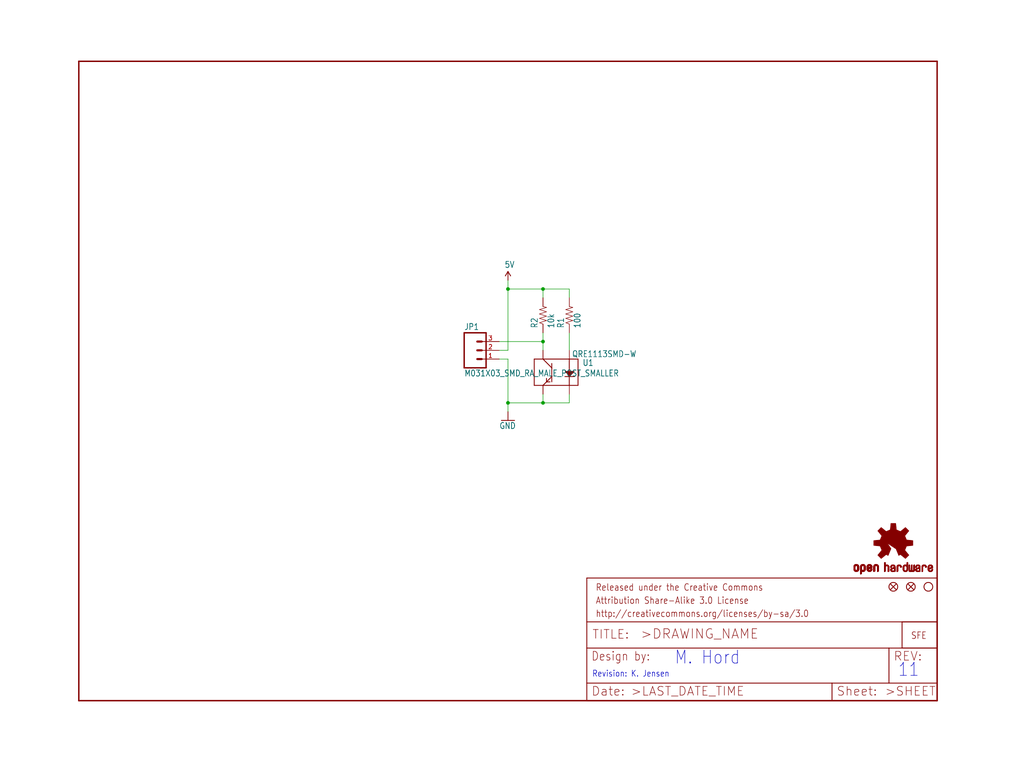
<source format=kicad_sch>
(kicad_sch (version 20211123) (generator eeschema)
  (paper "User" 297.002 223.926)
  (lib_symbols
    (symbol "eagleSchem-eagle-import:100-1%"
      (property "Reference" "R" (at -3.81 1.4986 0))
      (property "Value" "100-1%" (at -3.81 -3.302 0))
      (symbol "100-1%_1_0"
        (pin passive line (at -5.08 0 0) (length 2.54) (name "1") (number "1"))
        (pin passive line (at 5.08 0 180) (length 2.54) (name "2") (number "2"))
      )
    )
    (symbol "eagleSchem-eagle-import:10KOHM1{slash}10W1%(0603)0603"
      (property "Reference" "R" (at -3.81 1.4986 0))
      (property "Value" "10KOHM1{slash}10W1%(0603)0603" (at -3.81 -3.302 0))
      (symbol "10KOHM1{slash}10W1%(0603)0603_1_0"
        (pin passive line (at -5.08 0 0) (length 2.54) (name "1") (number "1"))
        (pin passive line (at 5.08 0 180) (length 2.54) (name "2") (number "2"))
      )
    )
    (symbol "eagleSchem-eagle-import:5V" (power)
      (property "Value" "5V" (at -1.016 3.556 0))
      (symbol "5V_1_0"
        (pin power_in line (at 0 0 90) (length 2.54) (name "5V") (number "1"))
      )
    )
    (symbol "eagleSchem-eagle-import:FIDUCIAL1X2")
    (symbol "eagleSchem-eagle-import:FRAME-LETTER"
      (symbol "FRAME-LETTER_2_0"
        (text ">DRAWING_NAME" (at 15.494 17.78 0) (effects (font (size 2.7432 2.7432)) (justify left bottom)))
        (text ">LAST_DATE_TIME" (at 12.7 1.27 0) (effects (font (size 2.54 2.54)) (justify left bottom)))
        (text ">SHEET" (at 86.36 1.27 0) (effects (font (size 2.54 2.54)) (justify left bottom)))
        (text "Attribution Share-Alike 3.0 License" (at 2.54 27.94 0) (effects (font (size 1.9304 1.6408)) (justify left bottom)))
        (text "Date:" (at 1.27 1.27 0) (effects (font (size 2.54 2.54)) (justify left bottom)))
        (text "Design by:" (at 1.27 11.43 0) (effects (font (size 2.54 2.159)) (justify left bottom)))
        (text "http://creativecommons.org/licenses/by-sa/3.0" (at 2.54 24.13 0) (effects (font (size 1.9304 1.6408)) (justify left bottom)))
        (text "Released under the Creative Commons" (at 2.54 31.75 0) (effects (font (size 1.9304 1.6408)) (justify left bottom)))
        (text "REV:" (at 88.9 11.43 0) (effects (font (size 2.54 2.54)) (justify left bottom)))
        (text "Sheet:" (at 72.39 1.27 0) (effects (font (size 2.54 2.54)) (justify left bottom)))
        (text "TITLE:" (at 1.524 17.78 0) (effects (font (size 2.54 2.54)) (justify left bottom)))
      )
    )
    (symbol "eagleSchem-eagle-import:GND" (power)
      (property "Value" "GND" (at -2.54 -2.54 0))
      (symbol "GND_1_0"
        (pin power_in line (at 0 2.54 270) (length 2.54) (name "GND") (number "1"))
      )
    )
    (symbol "eagleSchem-eagle-import:LOGO-SFESK"
      (symbol "LOGO-SFESK_1_0"
        (text "SFE" (at 0 0 0) (effects (font (size 1.9304 1.6408)) (justify left bottom)))
      )
    )
    (symbol "eagleSchem-eagle-import:M031X03_SMD_RA_MALE_POST_SMALLER"
      (property "Reference" "JP" (at -2.54 5.842 0))
      (property "Value" "M031X03_SMD_RA_MALE_POST_SMALLER" (at -2.54 -7.62 0))
      (symbol "M031X03_SMD_RA_MALE_POST_SMALLER_1_0"
        (pin passive line (at 7.62 -2.54 180) (length 5.08) (name "1") (number "1"))
        (pin passive line (at 7.62 0 180) (length 5.08) (name "2") (number "2"))
        (pin passive line (at 7.62 2.54 180) (length 5.08) (name "3") (number "3"))
      )
    )
    (symbol "eagleSchem-eagle-import:OSHW-LOGOS")
    (symbol "eagleSchem-eagle-import:QRE1113SMD-W"
      (property "Reference" "U" (at -1.27 -7.112 0))
      (property "Value" "QRE1113SMD-W" (at -1.778 3.048 0))
      (symbol "QRE1113SMD-W_1_0"
        (pin bidirectional line (at 5.08 5.08 270) (length 2.54) (name "A") (number "1"))
        (pin bidirectional line (at 5.08 -7.62 90) (length 2.54) (name "K") (number "2"))
        (pin bidirectional line (at -2.54 5.08 270) (length 2.54) (name "C") (number "3"))
        (pin bidirectional line (at -2.54 -7.62 90) (length 2.54) (name "E") (number "4"))
      )
    )
    (symbol "eagleSchem-eagle-import:STAND-OFF")
  )
  (junction (at 147.32 116.84))
  (junction (at 157.48 99.06))
  (junction (at 147.32 83.82))
  (junction (at 157.48 83.82))
  (junction (at 157.48 116.84))
  (wire (pts (xy 157.48 99.06) (xy 157.48 101.6)))
  (wire (pts (xy 147.32 83.82) (xy 147.32 101.6)))
  (wire (pts (xy 147.32 119.38) (xy 147.32 116.84)))
  (wire (pts (xy 144.78 99.06) (xy 157.48 99.06)))
  (wire (pts (xy 165.1 83.82) (xy 165.1 86.36)))
  (wire (pts (xy 157.48 83.82) (xy 165.1 83.82)))
  (wire (pts (xy 157.48 116.84) (xy 147.32 116.84)))
  (wire (pts (xy 147.32 83.82) (xy 157.48 83.82)))
  (wire (pts (xy 157.48 114.3) (xy 157.48 116.84)))
  (wire (pts (xy 147.32 101.6) (xy 144.78 101.6)))
  (wire (pts (xy 157.48 83.82) (xy 157.48 86.36)))
  (wire (pts (xy 147.32 116.84) (xy 147.32 104.14)))
  (wire (pts (xy 147.32 81.28) (xy 147.32 83.82)))
  (wire (pts (xy 165.1 116.84) (xy 165.1 114.3)))
  (wire (pts (xy 157.48 96.52) (xy 157.48 99.06)))
  (wire (pts (xy 165.1 96.52) (xy 165.1 101.6)))
  (wire (pts (xy 147.32 104.14) (xy 144.78 104.14)))
  (wire (pts (xy 157.48 116.84) (xy 165.1 116.84)))
  (text "M. Hord" (at 195.58 193.04 180) (effects (font (size 3.81 3.2385)) (justify left bottom)))
  (text "Revision: K. Jensen" (at 171.704 196.596 180) (effects (font (size 1.778 1.5113)) (justify left bottom)))
  (text "11" (at 260.35 196.596 180) (effects (font (size 3.81 3.2385)) (justify left bottom)))
  (symbol (lib_id "eagleSchem-eagle-import:100-1%") (at 165.1 91.44 90) (unit 1)
    (property "Reference" "R1" (at 163.6014 95.25 0) (effects (font (size 1.778 1.5113)) (justify left bottom)))
    (property "Value" "100" (at 168.402 95.25 0) (effects (font (size 1.778 1.5113)) (justify left bottom)))
    (property "Footprint" "eagleSchem:0603-RES" (effects hide))
  )
  (symbol (lib_id "eagleSchem-eagle-import:M031X03_SMD_RA_MALE_POST_SMALLER") (at 137.16 101.6 0) (unit 1)
    (property "Reference" "JP1" (at 134.62 95.758 0) (effects (font (size 1.778 1.5113)) (justify left bottom)))
    (property "Value" "M031X03_SMD_RA_MALE_POST_SMALLER" (at 134.62 109.22 0) (effects (font (size 1.778 1.5113)) (justify left bottom)))
    (property "Footprint" "eagleSchem:1X03_SMD_RA_MALE_POST_SMALLER" (effects hide))
  )
  (symbol (lib_id "eagleSchem-eagle-import:5V") (at 147.32 81.28 0) (unit 1)
    (property "Reference" "#SUPPLY1" (effects hide))
    (property "Value" "5V" (at 146.304 77.724 0) (effects (font (size 1.778 1.5113)) (justify left bottom)))
    (property "Footprint" "eagleSchem:" (effects hide))
  )
  (symbol (lib_id "eagleSchem-eagle-import:FIDUCIAL1X2") (at 264.16 170.18 0) (unit 1)
    (property "Reference" "FID1" (effects hide))
    (property "Value" "FIDUCIAL1X2" (effects hide))
    (property "Footprint" "eagleSchem:FIDUCIAL-1X2" (effects hide))
  )
  (symbol (lib_id "eagleSchem-eagle-import:FRAME-LETTER") (at 22.86 203.2 0) (unit 1)
    (property "Reference" "FRAME1" (effects hide))
    (property "Value" "FRAME-LETTER" (effects hide))
    (property "Footprint" "eagleSchem:CREATIVE_COMMONS" (effects hide))
  )
  (symbol (lib_id "eagleSchem-eagle-import:STAND-OFF") (at 269.24 170.18 0) (unit 1)
    (property "Reference" "STANDOFF1" (effects hide))
    (property "Value" "STAND-OFF" (effects hide))
    (property "Footprint" "eagleSchem:STAND-OFF" (effects hide))
  )
  (symbol (lib_id "eagleSchem-eagle-import:10KOHM1{slash}10W1%(0603)0603") (at 157.48 91.44 90) (unit 1)
    (property "Reference" "R2" (at 155.9814 95.25 0) (effects (font (size 1.778 1.5113)) (justify left bottom)))
    (property "Value" "10k" (at 160.782 95.25 0) (effects (font (size 1.778 1.5113)) (justify left bottom)))
    (property "Footprint" "eagleSchem:0603-RES" (effects hide))
  )
  (symbol (lib_id "eagleSchem-eagle-import:QRE1113SMD-W") (at 160.02 106.68 0) (unit 1)
    (property "Reference" "U1" (at 168.91 106.172 0) (effects (font (size 1.778 1.5113)) (justify left bottom)))
    (property "Value" "QRE1113SMD-W" (at 165.862 103.632 0) (effects (font (size 1.778 1.5113)) (justify left bottom)))
    (property "Footprint" "eagleSchem:QRE1113-W" (effects hide))
  )
  (symbol (lib_id "eagleSchem-eagle-import:FRAME-LETTER") (at 170.18 203.2 0) (unit 2)
    (property "Reference" "FRAME1" (effects hide))
    (property "Value" "FRAME-LETTER" (effects hide))
    (property "Footprint" "eagleSchem:CREATIVE_COMMONS" (effects hide))
  )
  (symbol (lib_id "eagleSchem-eagle-import:GND") (at 147.32 121.92 0) (unit 1)
    (property "Reference" "#GND1" (effects hide))
    (property "Value" "GND" (at 144.78 124.46 0) (effects (font (size 1.778 1.5113)) (justify left bottom)))
    (property "Footprint" "eagleSchem:" (effects hide))
  )
  (symbol (lib_id "eagleSchem-eagle-import:LOGO-SFESK") (at 264.16 185.42 0) (unit 1)
    (property "Reference" "LOGO3" (effects hide))
    (property "Value" "LOGO-SFESK" (effects hide))
    (property "Footprint" "eagleSchem:SFE-LOGO-FLAME" (effects hide))
  )
  (symbol (lib_id "eagleSchem-eagle-import:FIDUCIAL1X2") (at 259.08 170.18 0) (unit 1)
    (property "Reference" "FID2" (effects hide))
    (property "Value" "FIDUCIAL1X2" (effects hide))
    (property "Footprint" "eagleSchem:FIDUCIAL-1X2" (effects hide))
  )
  (symbol (lib_id "eagleSchem-eagle-import:OSHW-LOGOS") (at 259.08 157.48 0) (unit 1)
    (property "Reference" "LOGO2" (effects hide))
    (property "Value" "OSHW-LOGOS" (effects hide))
    (property "Footprint" "eagleSchem:OSHW-LOGO-S" (effects hide))
  )
)
</source>
